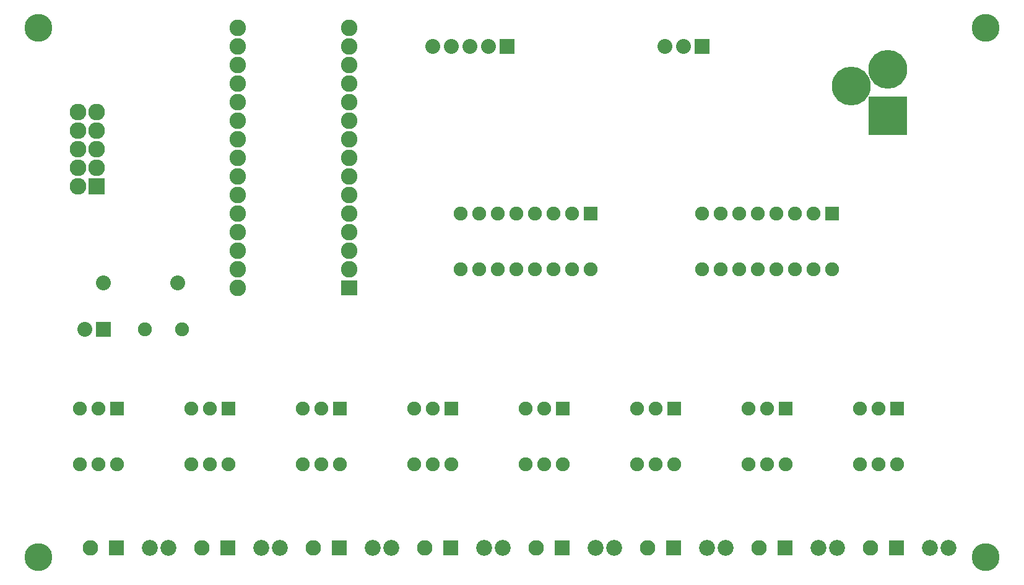
<source format=gbs>
G04 (created by PCBNEW (2013-jul-07)-stable) date Tue 24 Oct 2017 02:27:38 PM PDT*
%MOIN*%
G04 Gerber Fmt 3.4, Leading zero omitted, Abs format*
%FSLAX34Y34*%
G01*
G70*
G90*
G04 APERTURE LIST*
%ADD10C,0.00590551*%
%ADD11R,0.089X0.08*%
%ADD12C,0.089*%
%ADD13C,0.075*%
%ADD14R,0.075X0.075*%
%ADD15R,0.08X0.08*%
%ADD16C,0.08*%
%ADD17R,0.09X0.09*%
%ADD18C,0.09*%
%ADD19C,0.15*%
%ADD20R,0.083X0.083*%
%ADD21C,0.083*%
%ADD22C,0.209*%
%ADD23R,0.209X0.209*%
%ADD24C,0.086*%
G04 APERTURE END LIST*
G54D10*
G54D11*
X47500Y-34500D03*
G54D12*
X47500Y-33500D03*
X47500Y-32500D03*
X47500Y-31500D03*
X47500Y-30500D03*
X47500Y-29500D03*
X47500Y-28500D03*
X47500Y-27500D03*
X47500Y-26500D03*
X47500Y-25500D03*
X47500Y-24500D03*
X47500Y-23500D03*
X47500Y-22500D03*
X47500Y-21500D03*
X47500Y-20500D03*
X41500Y-20500D03*
X41500Y-21500D03*
X41500Y-22500D03*
X41500Y-23500D03*
X41500Y-24500D03*
X41500Y-25500D03*
X41500Y-26500D03*
X41500Y-27500D03*
X41500Y-28500D03*
X41500Y-29500D03*
X41500Y-30500D03*
X41500Y-31500D03*
X41500Y-32500D03*
X41500Y-33500D03*
X41500Y-34500D03*
G54D13*
X36500Y-36750D03*
X38500Y-36750D03*
G54D14*
X60500Y-30500D03*
G54D13*
X59500Y-30500D03*
X58500Y-30500D03*
X57500Y-30500D03*
X56500Y-30500D03*
X55500Y-30500D03*
X54500Y-30500D03*
X53500Y-30500D03*
X53500Y-33500D03*
X54500Y-33500D03*
X55500Y-33500D03*
X56500Y-33500D03*
X57500Y-33500D03*
X58500Y-33500D03*
X59500Y-33500D03*
X60500Y-33500D03*
G54D14*
X73500Y-30500D03*
G54D13*
X72500Y-30500D03*
X71500Y-30500D03*
X70500Y-30500D03*
X69500Y-30500D03*
X68500Y-30500D03*
X67500Y-30500D03*
X66500Y-30500D03*
X66500Y-33500D03*
X67500Y-33500D03*
X68500Y-33500D03*
X69500Y-33500D03*
X70500Y-33500D03*
X71500Y-33500D03*
X72500Y-33500D03*
X73500Y-33500D03*
G54D15*
X34250Y-36750D03*
G54D16*
X33250Y-36750D03*
G54D15*
X66500Y-21500D03*
G54D16*
X65500Y-21500D03*
X64500Y-21500D03*
X38250Y-34250D03*
X34250Y-34250D03*
G54D17*
X33900Y-29050D03*
G54D18*
X32900Y-29050D03*
X33900Y-28050D03*
X32900Y-28050D03*
X33900Y-27050D03*
X32900Y-27050D03*
X33900Y-26050D03*
X32900Y-26050D03*
X33900Y-25050D03*
X32900Y-25050D03*
G54D19*
X30750Y-49000D03*
X81750Y-20500D03*
X81750Y-49000D03*
X30750Y-20500D03*
G54D14*
X35000Y-41000D03*
G54D13*
X34000Y-41000D03*
X33000Y-41000D03*
X33000Y-44000D03*
X34000Y-44000D03*
X35000Y-44000D03*
G54D14*
X41000Y-41000D03*
G54D13*
X40000Y-41000D03*
X39000Y-41000D03*
X39000Y-44000D03*
X40000Y-44000D03*
X41000Y-44000D03*
G54D14*
X47000Y-41000D03*
G54D13*
X46000Y-41000D03*
X45000Y-41000D03*
X45000Y-44000D03*
X46000Y-44000D03*
X47000Y-44000D03*
G54D14*
X53000Y-41000D03*
G54D13*
X52000Y-41000D03*
X51000Y-41000D03*
X51000Y-44000D03*
X52000Y-44000D03*
X53000Y-44000D03*
G54D14*
X59000Y-41000D03*
G54D13*
X58000Y-41000D03*
X57000Y-41000D03*
X57000Y-44000D03*
X58000Y-44000D03*
X59000Y-44000D03*
G54D14*
X65000Y-41000D03*
G54D13*
X64000Y-41000D03*
X63000Y-41000D03*
X63000Y-44000D03*
X64000Y-44000D03*
X65000Y-44000D03*
G54D14*
X71000Y-41000D03*
G54D13*
X70000Y-41000D03*
X69000Y-41000D03*
X69000Y-44000D03*
X70000Y-44000D03*
X71000Y-44000D03*
G54D14*
X77000Y-41000D03*
G54D13*
X76000Y-41000D03*
X75000Y-41000D03*
X75000Y-44000D03*
X76000Y-44000D03*
X77000Y-44000D03*
G54D20*
X34939Y-48500D03*
G54D21*
X33561Y-48500D03*
G54D20*
X40939Y-48500D03*
G54D21*
X39561Y-48500D03*
G54D20*
X46939Y-48500D03*
G54D21*
X45561Y-48500D03*
G54D20*
X52939Y-48500D03*
G54D21*
X51561Y-48500D03*
G54D20*
X58939Y-48500D03*
G54D21*
X57561Y-48500D03*
G54D20*
X64939Y-48500D03*
G54D21*
X63561Y-48500D03*
G54D20*
X70939Y-48500D03*
G54D21*
X69561Y-48500D03*
G54D20*
X76939Y-48500D03*
G54D21*
X75561Y-48500D03*
G54D15*
X56000Y-21500D03*
G54D16*
X55000Y-21500D03*
X54000Y-21500D03*
X53000Y-21500D03*
X52000Y-21500D03*
G54D22*
X76500Y-22750D03*
G54D23*
X76500Y-25230D03*
G54D22*
X74531Y-23650D03*
G54D24*
X49750Y-48500D03*
X48750Y-48500D03*
X55750Y-48500D03*
X54750Y-48500D03*
X37750Y-48500D03*
X36750Y-48500D03*
X43750Y-48500D03*
X42750Y-48500D03*
X61750Y-48500D03*
X60750Y-48500D03*
X73750Y-48500D03*
X72750Y-48500D03*
X67750Y-48500D03*
X66750Y-48500D03*
X79750Y-48500D03*
X78750Y-48500D03*
M02*

</source>
